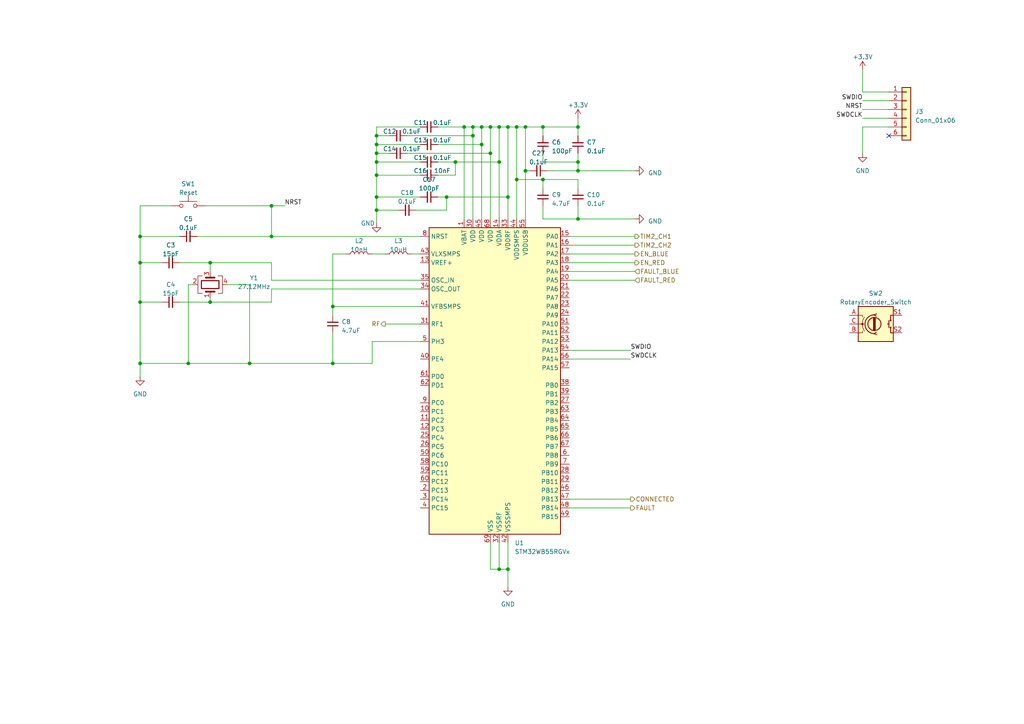
<source format=kicad_sch>
(kicad_sch (version 20230121) (generator eeschema)
  (paper "A4")
  (lib_symbols
    (symbol "Connector_Generic:Conn_01x06" (pin_names (offset 1.016) hide)
      (property "Reference" "J" (at 0 7.62 0))
      (property "Value" "Conn_01x06" (at 0 -10.16 0))
      (symbol "Conn_01x06_1_1"
        (rectangle (start -1.27 -7.493) (end 0 -7.747) (stroke (width 0.1524)))
        (rectangle (start -1.27 -4.953) (end 0 -5.207) (stroke (width 0.1524)))
        (rectangle (start -1.27 -2.413) (end 0 -2.667) (stroke (width 0.1524)))
        (rectangle (start -1.27 0.127) (end 0 -0.127) (stroke (width 0.1524)))
        (rectangle (start -1.27 2.667) (end 0 2.413) (stroke (width 0.1524)))
        (rectangle (start -1.27 5.207) (end 0 4.953) (stroke (width 0.1524)))
        (rectangle (start -1.27 6.35) (end 1.27 -8.89) (stroke (width 0.254)) (fill (type background)))
        (pin passive line (at -5.08 5.08 0) (length 3.81) (name "Pin_1") (number "1"))
        (pin passive line (at -5.08 2.54 0) (length 3.81) (name "Pin_2") (number "2"))
        (pin passive line (at -5.08 0 0) (length 3.81) (name "Pin_3") (number "3"))
        (pin passive line (at -5.08 -2.54 0) (length 3.81) (name "Pin_4") (number "4"))
        (pin passive line (at -5.08 -5.08 0) (length 3.81) (name "Pin_5") (number "5"))
        (pin passive line (at -5.08 -7.62 0) (length 3.81) (name "Pin_6") (number "6"))
      )
    )
    (symbol "Device:C_Small" (pin_numbers hide) (pin_names (offset 0.254) hide)
      (property "Reference" "C" (at 0.254 1.778 0))
      (property "Value" "C_Small" (at 0.254 -2.032 0))
      (symbol "C_Small_0_1"
        (polyline (pts (xy -1.524 -0.508) (xy 1.524 -0.508)) (stroke (width 0.3302)))
        (polyline (pts (xy -1.524 0.508) (xy 1.524 0.508)) (stroke (width 0.3048)))
      )
      (symbol "C_Small_1_1"
        (pin passive line (at 0 2.54 270) (length 2.032) (name "~") (number "1"))
        (pin passive line (at 0 -2.54 90) (length 2.032) (name "~") (number "2"))
      )
    )
    (symbol "Device:Crystal_GND24" (pin_names (offset 1.016) hide)
      (property "Reference" "Y" (at 3.175 5.08 0))
      (property "Value" "Crystal_GND24" (at 3.175 3.175 0))
      (symbol "Crystal_GND24_0_1"
        (rectangle (start -1.143 2.54) (end 1.143 -2.54) (stroke (width 0.3048)))
        (polyline (pts (xy -2.54 0) (xy -2.032 0)))
        (polyline (pts (xy -2.032 -1.27) (xy -2.032 1.27)) (stroke (width 0.508)))
        (polyline (pts (xy 0 -3.81) (xy 0 -3.556)))
        (polyline (pts (xy 0 3.556) (xy 0 3.81)))
        (polyline (pts (xy 2.032 -1.27) (xy 2.032 1.27)) (stroke (width 0.508)))
        (polyline (pts (xy 2.032 0) (xy 2.54 0)))
        (polyline (pts (xy -2.54 -2.286) (xy -2.54 -3.556) (xy 2.54 -3.556) (xy 2.54 -2.286)))
        (polyline (pts (xy -2.54 2.286) (xy -2.54 3.556) (xy 2.54 3.556) (xy 2.54 2.286)))
      )
      (symbol "Crystal_GND24_1_1"
        (pin passive line (at -3.81 0 0) (length 1.27) (name "1") (number "1"))
        (pin passive line (at 0 5.08 270) (length 1.27) (name "2") (number "2"))
        (pin passive line (at 3.81 0 180) (length 1.27) (name "3") (number "3"))
        (pin passive line (at 0 -5.08 90) (length 1.27) (name "4") (number "4"))
      )
    )
    (symbol "Device:L" (pin_numbers hide) (pin_names (offset 1.016) hide)
      (property "Reference" "L" (at -1.27 0 90))
      (property "Value" "L" (at 1.905 0 90))
      (symbol "L_0_1"
        (arc (start 0 -2.54) (mid 0.6323 -1.905) (end 0 -1.27))
        (arc (start 0 -1.27) (mid 0.6323 -0.635) (end 0 0))
        (arc (start 0 0) (mid 0.6323 0.635) (end 0 1.27))
        (arc (start 0 1.27) (mid 0.6323 1.905) (end 0 2.54))
      )
      (symbol "L_1_1"
        (pin passive line (at 0 3.81 270) (length 1.27) (name "1") (number "1"))
        (pin passive line (at 0 -3.81 90) (length 1.27) (name "2") (number "2"))
      )
    )
    (symbol "Device:RotaryEncoder_Switch" (pin_names (offset 0.254) hide)
      (property "Reference" "SW" (at 0 6.604 0))
      (property "Value" "RotaryEncoder_Switch" (at 0 -6.604 0))
      (symbol "RotaryEncoder_Switch_0_1"
        (rectangle (start -5.08 5.08) (end 5.08 -5.08) (stroke (width 0.254)) (fill (type background)))
        (circle (center -3.81 0) (radius 0.254) (fill (type outline)))
        (circle (center -0.381 0) (radius 1.905) (stroke (width 0.254)))
        (arc (start -0.381 2.667) (mid -3.0988 -0.0635) (end -0.381 -2.794) (stroke (width 0.254)))
        (polyline (pts (xy -0.635 -1.778) (xy -0.635 1.778)) (stroke (width 0.254)))
        (polyline (pts (xy -0.381 -1.778) (xy -0.381 1.778)) (stroke (width 0.254)))
        (polyline (pts (xy -0.127 1.778) (xy -0.127 -1.778)) (stroke (width 0.254)))
        (polyline (pts (xy 3.81 0) (xy 3.429 0)) (stroke (width 0.254)))
        (polyline (pts (xy 3.81 1.016) (xy 3.81 -1.016)) (stroke (width 0.254)))
        (polyline (pts (xy -5.08 -2.54) (xy -3.81 -2.54) (xy -3.81 -2.032)))
        (polyline (pts (xy -5.08 2.54) (xy -3.81 2.54) (xy -3.81 2.032)))
        (polyline (pts (xy 0.254 -3.048) (xy -0.508 -2.794) (xy 0.127 -2.413)) (stroke (width 0.254)))
        (polyline (pts (xy 0.254 2.921) (xy -0.508 2.667) (xy 0.127 2.286)) (stroke (width 0.254)))
        (polyline (pts (xy 5.08 -2.54) (xy 4.318 -2.54) (xy 4.318 -1.016)) (stroke (width 0.254)))
        (polyline (pts (xy 5.08 2.54) (xy 4.318 2.54) (xy 4.318 1.016)) (stroke (width 0.254)))
        (polyline (pts (xy -5.08 0) (xy -3.81 0) (xy -3.81 -1.016) (xy -3.302 -2.032)))
        (polyline (pts (xy -4.318 0) (xy -3.81 0) (xy -3.81 1.016) (xy -3.302 2.032)))
        (circle (center 4.318 -1.016) (radius 0.127) (stroke (width 0.254)))
        (circle (center 4.318 1.016) (radius 0.127) (stroke (width 0.254)))
      )
      (symbol "RotaryEncoder_Switch_1_1"
        (pin passive line (at -7.62 2.54 0) (length 2.54) (name "A") (number "A"))
        (pin passive line (at -7.62 -2.54 0) (length 2.54) (name "B") (number "B"))
        (pin passive line (at -7.62 0 0) (length 2.54) (name "C") (number "C"))
        (pin passive line (at 7.62 2.54 180) (length 2.54) (name "S1") (number "S1"))
        (pin passive line (at 7.62 -2.54 180) (length 2.54) (name "S2") (number "S2"))
      )
    )
    (symbol "MCU_ST_STM32WB:STM32WB55RGVx"
      (property "Reference" "U" (at -17.78 46.99 0))
      (property "Value" "STM32WB55RGVx" (at 12.7 46.99 0))
      (symbol "STM32WB55RGVx_0_1"
        (rectangle (start -17.78 -43.18) (end 20.32 45.72) (stroke (width 0.254)) (fill (type background)))
      )
      (symbol "STM32WB55RGVx_1_1"
        (pin power_in line (at -7.62 48.26 270) (length 2.54) (name "VBAT") (number "1"))
        (pin bidirectional line (at -20.32 -7.62 0) (length 2.54) (name "PC1") (number "10"))
        (pin bidirectional line (at -20.32 -10.16 0) (length 2.54) (name "PC2") (number "11"))
        (pin bidirectional line (at -20.32 -12.7 0) (length 2.54) (name "PC3") (number "12"))
        (pin input line (at -20.32 35.56 0) (length 2.54) (name "VREF+") (number "13"))
        (pin power_in line (at 2.54 48.26 270) (length 2.54) (name "VDDA") (number "14"))
        (pin bidirectional line (at 22.86 43.18 180) (length 2.54) (name "PA0") (number "15"))
        (pin bidirectional line (at 22.86 40.64 180) (length 2.54) (name "PA1") (number "16"))
        (pin bidirectional line (at 22.86 38.1 180) (length 2.54) (name "PA2") (number "17"))
        (pin bidirectional line (at 22.86 35.56 180) (length 2.54) (name "PA3") (number "18"))
        (pin bidirectional line (at 22.86 33.02 180) (length 2.54) (name "PA4") (number "19"))
        (pin bidirectional line (at -20.32 -30.48 0) (length 2.54) (name "PC13") (number "2"))
        (pin bidirectional line (at 22.86 30.48 180) (length 2.54) (name "PA5") (number "20"))
        (pin bidirectional line (at 22.86 27.94 180) (length 2.54) (name "PA6") (number "21"))
        (pin bidirectional line (at 22.86 25.4 180) (length 2.54) (name "PA7") (number "22"))
        (pin bidirectional line (at 22.86 22.86 180) (length 2.54) (name "PA8") (number "23"))
        (pin bidirectional line (at 22.86 20.32 180) (length 2.54) (name "PA9") (number "24"))
        (pin bidirectional line (at -20.32 -15.24 0) (length 2.54) (name "PC4") (number "25"))
        (pin bidirectional line (at -20.32 -17.78 0) (length 2.54) (name "PC5") (number "26"))
        (pin bidirectional line (at 22.86 -5.08 180) (length 2.54) (name "PB2") (number "27"))
        (pin bidirectional line (at 22.86 -25.4 180) (length 2.54) (name "PB10") (number "28"))
        (pin bidirectional line (at 22.86 -27.94 180) (length 2.54) (name "PB11") (number "29"))
        (pin bidirectional line (at -20.32 -33.02 0) (length 2.54) (name "PC14") (number "3"))
        (pin power_in line (at -5.08 48.26 270) (length 2.54) (name "VDD") (number "30"))
        (pin bidirectional line (at -20.32 17.78 0) (length 2.54) (name "RF1") (number "31"))
        (pin power_in line (at 2.54 -45.72 90) (length 2.54) (name "VSSRF") (number "32"))
        (pin power_in line (at 5.08 48.26 270) (length 2.54) (name "VDDRF") (number "33"))
        (pin input line (at -20.32 27.94 0) (length 2.54) (name "OSC_OUT") (number "34"))
        (pin input line (at -20.32 30.48 0) (length 2.54) (name "OSC_IN") (number "35"))
        (pin no_connect line (at -17.78 -43.18 0) (length 2.54) hide (name "AT0") (number "36"))
        (pin no_connect line (at -17.78 -40.64 0) (length 2.54) hide (name "AT1") (number "37"))
        (pin bidirectional line (at 22.86 0 180) (length 2.54) (name "PB0") (number "38"))
        (pin bidirectional line (at 22.86 -2.54 180) (length 2.54) (name "PB1") (number "39"))
        (pin bidirectional line (at -20.32 -35.56 0) (length 2.54) (name "PC15") (number "4"))
        (pin bidirectional line (at -20.32 7.62 0) (length 2.54) (name "PE4") (number "40"))
        (pin input line (at -20.32 22.86 0) (length 2.54) (name "VFBSMPS") (number "41"))
        (pin power_in line (at 5.08 -45.72 90) (length 2.54) (name "VSSSMPS") (number "42"))
        (pin power_in line (at -20.32 38.1 0) (length 2.54) (name "VLXSMPS") (number "43"))
        (pin power_in line (at 7.62 48.26 270) (length 2.54) (name "VDDSMPS") (number "44"))
        (pin power_in line (at -2.54 48.26 270) (length 2.54) (name "VDD") (number "45"))
        (pin bidirectional line (at 22.86 -30.48 180) (length 2.54) (name "PB12") (number "46"))
        (pin bidirectional line (at 22.86 -33.02 180) (length 2.54) (name "PB13") (number "47"))
        (pin bidirectional line (at 22.86 -35.56 180) (length 2.54) (name "PB14") (number "48"))
        (pin bidirectional line (at 22.86 -38.1 180) (length 2.54) (name "PB15") (number "49"))
        (pin bidirectional line (at -20.32 12.7 0) (length 2.54) (name "PH3") (number "5"))
        (pin bidirectional line (at -20.32 -20.32 0) (length 2.54) (name "PC6") (number "50"))
        (pin bidirectional line (at 22.86 17.78 180) (length 2.54) (name "PA10") (number "51"))
        (pin bidirectional line (at 22.86 15.24 180) (length 2.54) (name "PA11") (number "52"))
        (pin bidirectional line (at 22.86 12.7 180) (length 2.54) (name "PA12") (number "53"))
        (pin bidirectional line (at 22.86 10.16 180) (length 2.54) (name "PA13") (number "54"))
        (pin power_in line (at 10.16 48.26 270) (length 2.54) (name "VDDUSB") (number "55"))
        (pin bidirectional line (at 22.86 7.62 180) (length 2.54) (name "PA14") (number "56"))
        (pin bidirectional line (at 22.86 5.08 180) (length 2.54) (name "PA15") (number "57"))
        (pin bidirectional line (at -20.32 -22.86 0) (length 2.54) (name "PC10") (number "58"))
        (pin bidirectional line (at -20.32 -25.4 0) (length 2.54) (name "PC11") (number "59"))
        (pin bidirectional line (at 22.86 -20.32 180) (length 2.54) (name "PB8") (number "6"))
        (pin bidirectional line (at -20.32 -27.94 0) (length 2.54) (name "PC12") (number "60"))
        (pin bidirectional line (at -20.32 2.54 0) (length 2.54) (name "PD0") (number "61"))
        (pin bidirectional line (at -20.32 0 0) (length 2.54) (name "PD1") (number "62"))
        (pin bidirectional line (at 22.86 -7.62 180) (length 2.54) (name "PB3") (number "63"))
        (pin bidirectional line (at 22.86 -10.16 180) (length 2.54) (name "PB4") (number "64"))
        (pin bidirectional line (at 22.86 -12.7 180) (length 2.54) (name "PB5") (number "65"))
        (pin bidirectional line (at 22.86 -15.24 180) (length 2.54) (name "PB6") (number "66"))
        (pin bidirectional line (at 22.86 -17.78 180) (length 2.54) (name "PB7") (number "67"))
        (pin power_in line (at 0 48.26 270) (length 2.54) (name "VDD") (number "68"))
        (pin power_in line (at 0 -45.72 90) (length 2.54) (name "VSS") (number "69"))
        (pin bidirectional line (at 22.86 -22.86 180) (length 2.54) (name "PB9") (number "7"))
        (pin input line (at -20.32 43.18 0) (length 2.54) (name "NRST") (number "8"))
        (pin bidirectional line (at -20.32 -5.08 0) (length 2.54) (name "PC0") (number "9"))
      )
    )
    (symbol "Switch:SW_Push" (pin_numbers hide) (pin_names (offset 1.016) hide)
      (property "Reference" "SW" (at 1.27 2.54 0))
      (property "Value" "SW_Push" (at 0 -1.524 0))
      (symbol "SW_Push_0_1"
        (circle (center -2.032 0) (radius 0.508))
        (polyline (pts (xy 0 1.27) (xy 0 3.048)))
        (polyline (pts (xy 2.54 1.27) (xy -2.54 1.27)))
        (circle (center 2.032 0) (radius 0.508))
        (pin passive line (at -5.08 0 0) (length 2.54) (name "1") (number "1"))
        (pin passive line (at 5.08 0 180) (length 2.54) (name "2") (number "2"))
      )
    )
    (symbol "power:+3.3V" (power) (pin_names (offset 0))
      (property "Value" "+3.3V" (at 0 3.556 0))
      (symbol "+3.3V_0_1"
        (polyline (pts (xy -0.762 1.27) (xy 0 2.54)))
        (polyline (pts (xy 0 0) (xy 0 2.54)))
        (polyline (pts (xy 0 2.54) (xy 0.762 1.27)))
      )
      (symbol "+3.3V_1_1"
        (pin power_in line (at 0 0 90) (length 0) hide (name "+3.3V") (number "1"))
      )
    )
    (symbol "power:GND" (power) (pin_names (offset 0))
      (property "Value" "GND" (at 0 -3.81 0))
      (symbol "GND_0_1"
        (polyline (pts (xy 0 0) (xy 0 -1.27) (xy 1.27 -1.27) (xy 0 -2.54) (xy -1.27 -1.27) (xy 0 -1.27)))
      )
      (symbol "GND_1_1"
        (pin power_in line (at 0 0 270) (length 0) hide (name "GND") (number "1"))
      )
    )
  )
  (junction (at 167.64 46.99))
  (junction (at 144.78 165.1))
  (junction (at 147.32 165.1))
  (junction (at 144.78 46.99))
  (junction (at 109.22 39.37))
  (junction (at 144.78 36.83))
  (junction (at 157.48 36.83))
  (junction (at 152.4 36.83))
  (junction (at 72.39 105.41))
  (junction (at 152.4 49.53))
  (junction (at 109.22 50.8))
  (junction (at 40.64 68.58))
  (junction (at 157.48 52.07))
  (junction (at 96.52 105.41))
  (junction (at 137.16 36.83))
  (junction (at 147.32 36.83))
  (junction (at 134.62 36.83))
  (junction (at 109.22 46.99))
  (junction (at 78.74 59.69))
  (junction (at 40.64 105.41))
  (junction (at 142.24 44.45))
  (junction (at 139.7 36.83))
  (junction (at 60.96 87.63))
  (junction (at 40.64 87.63))
  (junction (at 40.64 76.2))
  (junction (at 109.22 60.96))
  (junction (at 78.74 68.58))
  (junction (at 139.7 41.91))
  (junction (at 109.22 57.15))
  (junction (at 129.54 57.15))
  (junction (at 60.96 76.2))
  (junction (at 96.52 88.9))
  (junction (at 109.22 41.91))
  (junction (at 137.16 39.37))
  (junction (at 147.32 57.15))
  (junction (at 109.22 44.45))
  (junction (at 167.64 36.83))
  (junction (at 167.64 49.53))
  (junction (at 142.24 36.83))
  (junction (at 167.64 63.5))
  (junction (at 149.86 36.83))
  (junction (at 54.61 105.41))
  (junction (at 132.08 46.99))
  (junction (at 149.86 52.07))
  (no_connect (at 257.81 39.37))
  (wire (pts (xy 72.39 105.41) (xy 96.52 105.41)))
  (wire (pts (xy 144.78 36.83) (xy 144.78 46.99)))
  (wire (pts (xy 137.16 36.83) (xy 137.16 39.37)))
  (wire (pts (xy 144.78 46.99) (xy 144.78 63.5)))
  (wire (pts (xy 157.48 52.07) (xy 167.64 52.07)))
  (wire (pts (xy 165.1 147.32) (xy 182.88 147.32)))
  (wire (pts (xy 147.32 165.1) (xy 147.32 170.18)))
  (wire (pts (xy 40.64 87.63) (xy 46.99 87.63)))
  (wire (pts (xy 137.16 36.83) (xy 139.7 36.83)))
  (wire (pts (xy 109.22 41.91) (xy 121.92 41.91)))
  (wire (pts (xy 147.32 36.83) (xy 147.32 57.15)))
  (wire (pts (xy 152.4 36.83) (xy 157.48 36.83)))
  (wire (pts (xy 107.95 99.06) (xy 107.95 105.41)))
  (wire (pts (xy 250.19 31.75) (xy 257.81 31.75)))
  (wire (pts (xy 96.52 73.66) (xy 100.33 73.66)))
  (wire (pts (xy 109.22 39.37) (xy 113.03 39.37)))
  (wire (pts (xy 109.22 44.45) (xy 113.03 44.45)))
  (wire (pts (xy 57.15 68.58) (xy 78.74 68.58)))
  (wire (pts (xy 96.52 88.9) (xy 121.92 88.9)))
  (wire (pts (xy 158.75 49.53) (xy 167.64 49.53)))
  (wire (pts (xy 52.07 87.63) (xy 60.96 87.63)))
  (wire (pts (xy 139.7 41.91) (xy 139.7 63.5)))
  (wire (pts (xy 165.1 68.58) (xy 184.15 68.58)))
  (wire (pts (xy 142.24 157.48) (xy 142.24 165.1)))
  (wire (pts (xy 60.96 87.63) (xy 60.96 86.36)))
  (wire (pts (xy 137.16 39.37) (xy 137.16 63.5)))
  (wire (pts (xy 139.7 36.83) (xy 139.7 41.91)))
  (wire (pts (xy 72.39 82.55) (xy 66.04 82.55)))
  (wire (pts (xy 127 36.83) (xy 134.62 36.83)))
  (wire (pts (xy 78.74 87.63) (xy 60.96 87.63)))
  (wire (pts (xy 40.64 105.41) (xy 40.64 109.22)))
  (wire (pts (xy 127 41.91) (xy 139.7 41.91)))
  (wire (pts (xy 149.86 63.5) (xy 149.86 52.07)))
  (wire (pts (xy 118.11 44.45) (xy 142.24 44.45)))
  (wire (pts (xy 157.48 59.69) (xy 157.48 63.5)))
  (wire (pts (xy 144.78 36.83) (xy 147.32 36.83)))
  (wire (pts (xy 142.24 165.1) (xy 144.78 165.1)))
  (wire (pts (xy 134.62 63.5) (xy 134.62 36.83)))
  (wire (pts (xy 40.64 68.58) (xy 40.64 76.2)))
  (wire (pts (xy 149.86 36.83) (xy 152.4 36.83)))
  (wire (pts (xy 142.24 36.83) (xy 142.24 44.45)))
  (wire (pts (xy 52.07 76.2) (xy 60.96 76.2)))
  (wire (pts (xy 167.64 52.07) (xy 167.64 54.61)))
  (wire (pts (xy 129.54 60.96) (xy 129.54 57.15)))
  (wire (pts (xy 109.22 57.15) (xy 121.92 57.15)))
  (wire (pts (xy 40.64 105.41) (xy 54.61 105.41)))
  (wire (pts (xy 165.1 71.12) (xy 184.15 71.12)))
  (wire (pts (xy 127 57.15) (xy 129.54 57.15)))
  (wire (pts (xy 109.22 50.8) (xy 109.22 57.15)))
  (wire (pts (xy 257.81 26.67) (xy 250.19 26.67)))
  (wire (pts (xy 120.65 60.96) (xy 129.54 60.96)))
  (wire (pts (xy 109.22 41.91) (xy 109.22 44.45)))
  (wire (pts (xy 165.1 104.14) (xy 182.88 104.14)))
  (wire (pts (xy 109.22 57.15) (xy 109.22 60.96)))
  (wire (pts (xy 132.08 46.99) (xy 144.78 46.99)))
  (wire (pts (xy 96.52 88.9) (xy 96.52 91.44)))
  (wire (pts (xy 167.64 36.83) (xy 167.64 39.37)))
  (wire (pts (xy 184.15 49.53) (xy 167.64 49.53)))
  (wire (pts (xy 60.96 78.74) (xy 60.96 76.2)))
  (wire (pts (xy 59.69 59.69) (xy 78.74 59.69)))
  (wire (pts (xy 167.64 63.5) (xy 184.15 63.5)))
  (wire (pts (xy 167.64 46.99) (xy 167.64 44.45)))
  (wire (pts (xy 109.22 60.96) (xy 109.22 64.77)))
  (wire (pts (xy 72.39 82.55) (xy 72.39 105.41)))
  (wire (pts (xy 109.22 39.37) (xy 109.22 41.91)))
  (wire (pts (xy 78.74 81.28) (xy 121.92 81.28)))
  (wire (pts (xy 121.92 99.06) (xy 107.95 99.06)))
  (wire (pts (xy 157.48 46.99) (xy 167.64 46.99)))
  (wire (pts (xy 78.74 76.2) (xy 78.74 81.28)))
  (wire (pts (xy 78.74 59.69) (xy 78.74 68.58)))
  (wire (pts (xy 129.54 57.15) (xy 147.32 57.15)))
  (wire (pts (xy 165.1 81.28) (xy 184.15 81.28)))
  (wire (pts (xy 167.64 49.53) (xy 167.64 46.99)))
  (wire (pts (xy 157.48 36.83) (xy 167.64 36.83)))
  (wire (pts (xy 134.62 36.83) (xy 137.16 36.83)))
  (wire (pts (xy 109.22 60.96) (xy 115.57 60.96)))
  (wire (pts (xy 165.1 78.74) (xy 184.15 78.74)))
  (wire (pts (xy 152.4 36.83) (xy 152.4 49.53)))
  (wire (pts (xy 147.32 57.15) (xy 147.32 63.5)))
  (wire (pts (xy 78.74 68.58) (xy 121.92 68.58)))
  (wire (pts (xy 144.78 165.1) (xy 147.32 165.1)))
  (wire (pts (xy 40.64 59.69) (xy 40.64 68.58)))
  (wire (pts (xy 109.22 46.99) (xy 109.22 50.8)))
  (wire (pts (xy 152.4 49.53) (xy 152.4 63.5)))
  (wire (pts (xy 121.92 83.82) (xy 78.74 83.82)))
  (wire (pts (xy 78.74 83.82) (xy 78.74 87.63)))
  (wire (pts (xy 107.95 105.41) (xy 96.52 105.41)))
  (wire (pts (xy 250.19 36.83) (xy 250.19 44.45)))
  (wire (pts (xy 46.99 76.2) (xy 40.64 76.2)))
  (wire (pts (xy 78.74 59.69) (xy 82.55 59.69)))
  (wire (pts (xy 109.22 50.8) (xy 121.92 50.8)))
  (wire (pts (xy 127 50.8) (xy 132.08 50.8)))
  (wire (pts (xy 157.48 36.83) (xy 157.48 39.37)))
  (wire (pts (xy 152.4 49.53) (xy 153.67 49.53)))
  (wire (pts (xy 147.32 157.48) (xy 147.32 165.1)))
  (wire (pts (xy 157.48 63.5) (xy 167.64 63.5)))
  (wire (pts (xy 157.48 44.45) (xy 157.48 46.99)))
  (wire (pts (xy 167.64 59.69) (xy 167.64 63.5)))
  (wire (pts (xy 119.38 73.66) (xy 121.92 73.66)))
  (wire (pts (xy 139.7 36.83) (xy 142.24 36.83)))
  (wire (pts (xy 142.24 44.45) (xy 142.24 63.5)))
  (wire (pts (xy 149.86 52.07) (xy 157.48 52.07)))
  (wire (pts (xy 40.64 87.63) (xy 40.64 105.41)))
  (wire (pts (xy 147.32 36.83) (xy 149.86 36.83)))
  (wire (pts (xy 107.95 73.66) (xy 111.76 73.66)))
  (wire (pts (xy 109.22 46.99) (xy 121.92 46.99)))
  (wire (pts (xy 257.81 36.83) (xy 250.19 36.83)))
  (wire (pts (xy 111.76 93.98) (xy 121.92 93.98)))
  (wire (pts (xy 149.86 36.83) (xy 149.86 52.07)))
  (wire (pts (xy 52.07 68.58) (xy 40.64 68.58)))
  (wire (pts (xy 40.64 76.2) (xy 40.64 87.63)))
  (wire (pts (xy 165.1 101.6) (xy 182.88 101.6)))
  (wire (pts (xy 250.19 20.32) (xy 250.19 26.67)))
  (wire (pts (xy 96.52 88.9) (xy 96.52 73.66)))
  (wire (pts (xy 165.1 76.2) (xy 184.15 76.2)))
  (wire (pts (xy 54.61 82.55) (xy 54.61 105.41)))
  (wire (pts (xy 132.08 50.8) (xy 132.08 46.99)))
  (wire (pts (xy 109.22 36.83) (xy 109.22 39.37)))
  (wire (pts (xy 109.22 44.45) (xy 109.22 46.99)))
  (wire (pts (xy 54.61 105.41) (xy 72.39 105.41)))
  (wire (pts (xy 54.61 82.55) (xy 55.88 82.55)))
  (wire (pts (xy 250.19 29.21) (xy 257.81 29.21)))
  (wire (pts (xy 118.11 39.37) (xy 137.16 39.37)))
  (wire (pts (xy 49.53 59.69) (xy 40.64 59.69)))
  (wire (pts (xy 121.92 36.83) (xy 109.22 36.83)))
  (wire (pts (xy 165.1 73.66) (xy 184.15 73.66)))
  (wire (pts (xy 142.24 36.83) (xy 144.78 36.83)))
  (wire (pts (xy 157.48 52.07) (xy 157.48 54.61)))
  (wire (pts (xy 250.19 34.29) (xy 257.81 34.29)))
  (wire (pts (xy 165.1 144.78) (xy 182.88 144.78)))
  (wire (pts (xy 167.64 34.29) (xy 167.64 36.83)))
  (wire (pts (xy 144.78 157.48) (xy 144.78 165.1)))
  (wire (pts (xy 127 46.99) (xy 132.08 46.99)))
  (wire (pts (xy 96.52 105.41) (xy 96.52 96.52)))
  (wire (pts (xy 60.96 76.2) (xy 78.74 76.2)))
  (label "NRST" (at 82.55 59.69 0))
  (label "SWDIO" (at 250.19 29.21 180))
  (label "NRST" (at 250.19 31.75 180))
  (label "SWDIO" (at 182.88 101.6 0))
  (label "SWDCLK" (at 250.19 34.29 180))
  (label "SWDCLK" (at 182.88 104.14 0))
  (hierarchical_label "FAULT_RED" (shape input) (at 184.15 81.28 0))
  (hierarchical_label "FAULT" (shape output) (at 182.88 147.32 0))
  (hierarchical_label "TIM2_CH1" (shape output) (at 184.15 68.58 0))
  (hierarchical_label "TIM2_CH2" (shape output) (at 184.15 71.12 0))
  (hierarchical_label "FAULT_BLUE" (shape input) (at 184.15 78.74 0))
  (hierarchical_label "CONNECTED" (shape output) (at 182.88 144.78 0))
  (hierarchical_label "EN_BLUE" (shape output) (at 184.15 73.66 0))
  (hierarchical_label "RF" (shape output) (at 111.76 93.98 180))
  (hierarchical_label "EN_RED" (shape output) (at 184.15 76.2 0))
  (symbol (lib_id "Device:L") (at 115.57 73.66 90) (unit 1)
    (property "Reference" "L3" (at 115.57 69.85 90))
    (property "Value" "10uH" (at 115.57 72.39 90))
  )
  (symbol (lib_id "power:+3.3V") (at 250.19 20.32 0) (unit 1)
    (property "Reference" "#PWR018" (effects hide))
    (property "Value" "+3.3V" (at 250.19 16.51 0))
  )
  (symbol (lib_id "power:GND") (at 184.15 63.5 90) (unit 1)
    (property "Reference" "#PWR06" (effects hide))
    (property "Value" "GND" (at 187.96 64.135 90) (effects (justify right)))
  )
  (symbol (lib_id "Device:C_Small") (at 157.48 57.15 180) (unit 1)
    (property "Reference" "C9" (at 160.02 56.5086 0) (effects (justify right)))
    (property "Value" "4.7uF" (at 160.02 59.0486 0) (effects (justify right)))
  )
  (symbol (lib_id "Device:C_Small") (at 167.64 41.91 180) (unit 1)
    (property "Reference" "C7" (at 170.18 41.2686 0) (effects (justify right)))
    (property "Value" "0.1uF" (at 170.18 43.8086 0) (effects (justify right)))
  )
  (symbol (lib_id "power:GND") (at 184.15 49.53 90) (unit 1)
    (property "Reference" "#PWR05" (effects hide))
    (property "Value" "GND" (at 187.96 50.165 90) (effects (justify right)))
  )
  (symbol (lib_id "Device:C_Small") (at 115.57 44.45 270) (unit 1)
    (property "Reference" "C14" (at 113.03 43.18 90))
    (property "Value" "0.1uF" (at 119.38 43.18 90))
  )
  (symbol (lib_id "Device:C_Small") (at 124.46 46.99 270) (unit 1)
    (property "Reference" "C15" (at 121.92 45.72 90))
    (property "Value" "0.1uF" (at 128.27 45.72 90))
  )
  (symbol (lib_id "Device:RotaryEncoder_Switch") (at 254 93.98 0) (unit 1)
    (property "Reference" "SW2" (at 254 85.09 0))
    (property "Value" "RotaryEncoder_Switch" (at 254 87.63 0))
  )
  (symbol (lib_id "Device:C_Small") (at 157.48 41.91 180) (unit 1)
    (property "Reference" "C6" (at 160.02 41.2686 0) (effects (justify right)))
    (property "Value" "100pF" (at 160.02 43.8086 0) (effects (justify right)))
  )
  (symbol (lib_id "Device:C_Small") (at 118.11 60.96 270) (unit 1)
    (property "Reference" "C18" (at 118.1036 55.88 90))
    (property "Value" "0.1uF" (at 118.1036 58.42 90))
  )
  (symbol (lib_id "Device:C_Small") (at 115.57 39.37 270) (unit 1)
    (property "Reference" "C12" (at 113.03 38.1 90))
    (property "Value" "0.1uF" (at 119.38 38.1 90))
  )
  (symbol (lib_id "Device:C_Small") (at 54.61 68.58 90) (unit 1)
    (property "Reference" "C5" (at 54.6163 63.5 90))
    (property "Value" "0.1uF" (at 54.6163 66.04 90))
  )
  (symbol (lib_id "power:GND") (at 250.19 44.45 0) (unit 1)
    (property "Reference" "#PWR017" (effects hide))
    (property "Value" "GND" (at 250.19 49.53 0))
  )
  (symbol (lib_id "Device:C_Small") (at 124.46 57.15 270) (unit 1)
    (property "Reference" "C17" (at 124.4536 52.07 90))
    (property "Value" "100pF" (at 124.4536 54.61 90))
  )
  (symbol (lib_id "Device:C_Small") (at 167.64 57.15 180) (unit 1)
    (property "Reference" "C10" (at 170.18 56.5086 0) (effects (justify right)))
    (property "Value" "0.1uF" (at 170.18 59.0486 0) (effects (justify right)))
  )
  (symbol (lib_id "MCU_ST_STM32WB:STM32WB55RGVx") (at 142.24 111.76 0) (unit 1)
    (property "Reference" "U1" (at 149.2759 157.48 0) (effects (justify left)))
    (property "Value" "STM32WB55RGVx" (at 149.2759 160.02 0) (effects (justify left)))
    (property "Footprint" "Package_DFN_QFN:QFN-68-1EP_8x8mm_P0.4mm_EP6.4x6.4mm" (effects hide))
    (property "Datasheet" "https://www.st.com/resource/en/datasheet/stm32wb55rg.pdf" (effects hide))
  )
  (symbol (lib_id "Switch:SW_Push") (at 54.61 59.69 0) (unit 1)
    (property "Reference" "SW1" (at 54.61 53.34 0))
    (property "Value" "Reset" (at 54.61 55.88 0))
  )
  (symbol (lib_id "Connector_Generic:Conn_01x06") (at 262.89 31.75 0) (unit 1)
    (property "Reference" "J3" (at 265.43 32.385 0) (effects (justify left)))
    (property "Value" "Conn_01x06" (at 265.43 34.925 0) (effects (justify left)))
    (property "Footprint" "Connector:Tag-Connect_TC2030-IDC-FP_2x03_P1.27mm_Vertical" (effects hide))
  )
  (symbol (lib_id "Device:C_Small") (at 124.46 50.8 270) (unit 1)
    (property "Reference" "C16" (at 121.92 49.53 90))
    (property "Value" "10nF" (at 128.27 49.53 90))
  )
  (symbol (lib_id "Device:C_Small") (at 156.21 49.53 270) (unit 1)
    (property "Reference" "C27" (at 156.2036 44.45 90))
    (property "Value" "0.1uF" (at 156.2036 46.99 90))
  )
  (symbol (lib_id "Device:Crystal_GND24") (at 60.96 82.55 90) (unit 1)
    (property "Reference" "Y1" (at 73.66 80.6197 90))
    (property "Value" "27.12MHz" (at 73.66 83.1597 90))
    (property "Footprint" "Crystal:Crystal_SMD_3225-4Pin_3.2x2.5mm" (effects hide))
  )
  (symbol (lib_id "Device:C_Small") (at 96.52 93.98 180) (unit 1)
    (property "Reference" "C8" (at 99.06 93.3386 0) (effects (justify right)))
    (property "Value" "4.7uF" (at 99.06 95.8786 0) (effects (justify right)))
  )
  (symbol (lib_id "Device:C_Small") (at 49.53 76.2 90) (unit 1)
    (property "Reference" "C3" (at 49.5363 71.12 90))
    (property "Value" "15pF" (at 49.5363 73.66 90))
  )
  (symbol (lib_id "Device:L") (at 104.14 73.66 90) (unit 1)
    (property "Reference" "L2" (at 104.14 69.85 90))
    (property "Value" "10nH" (at 104.14 72.39 90))
  )
  (symbol (lib_id "Device:C_Small") (at 124.46 36.83 270) (unit 1)
    (property "Reference" "C11" (at 121.92 35.56 90))
    (property "Value" "0.1uF" (at 128.27 35.56 90))
  )
  (symbol (lib_id "power:+3.3V") (at 167.64 34.29 0) (unit 1)
    (property "Reference" "#PWR04" (effects hide))
    (property "Value" "+3.3V" (at 167.64 30.48 0))
  )
  (symbol (lib_id "power:GND") (at 147.32 170.18 0) (unit 1)
    (property "Reference" "#PWR07" (effects hide))
    (property "Value" "GND" (at 147.32 175.26 0))
  )
  (symbol (lib_id "power:GND") (at 109.22 64.77 0) (unit 1)
    (property "Reference" "#PWR08" (effects hide))
    (property "Value" "GND" (at 106.68 64.77 0))
  )
  (symbol (lib_id "Device:C_Small") (at 124.46 41.91 270) (unit 1)
    (property "Reference" "C13" (at 121.92 40.64 90))
    (property "Value" "0.1uF" (at 128.27 40.64 90))
  )
  (symbol (lib_id "power:GND") (at 40.64 109.22 0) (unit 1)
    (property "Reference" "#PWR03" (effects hide))
    (property "Value" "GND" (at 40.64 114.3 0))
  )
  (symbol (lib_id "Device:C_Small") (at 49.53 87.63 90) (unit 1)
    (property "Reference" "C4" (at 49.5363 82.55 90))
    (property "Value" "15pF" (at 49.5363 85.09 90))
  )
)
</source>
